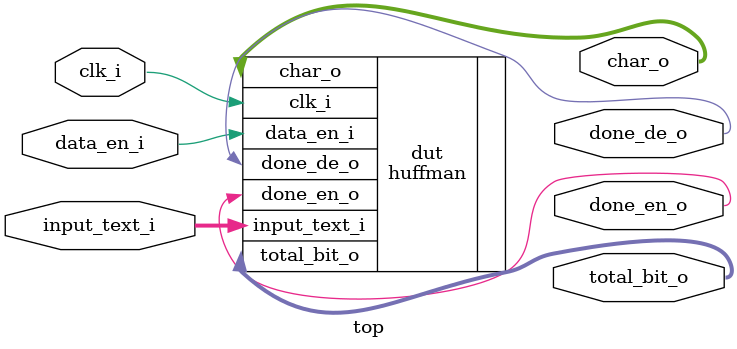
<source format=sv>
/* verilator lint_off UNUSED */
module top#(parameter BIT_WIDTH = 8,
                          MAX_SYM   = 255)(
    //inputs
    input logic clk_i,
    input logic data_en_i,
    input logic [BIT_WIDTH-1:0] input_text_i,
    //outputs
    output logic done_de_o,
    output logic done_en_o,
    output logic [7:0] char_o,
    output logic [10:0] total_bit_o
);
    //code
    huffman dut(
        .clk_i        (clk_i),
        .data_en_i    (data_en_i),
        .input_text_i (input_text_i),
        .done_de_o    (done_de_o),
        .done_en_o    (done_en_o),
        .char_o       (char_o),
        .total_bit_o  (total_bit_o)
    );
endmodule : top

</source>
